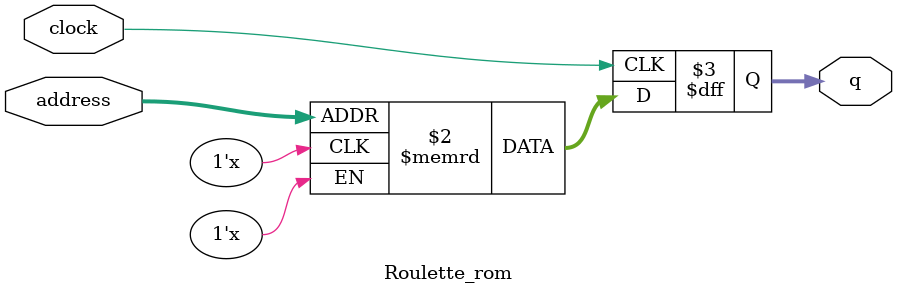
<source format=sv>
module Roulette_rom (
	input logic clock,
	input logic [18:0] address,
	output logic [3:0] q
);

logic [3:0] memory [0:307199] /* synthesis ram_init_file = "./Roulette/Roulette.mif" */;

always_ff @ (posedge clock) begin
	q <= memory[address];
end

endmodule

</source>
